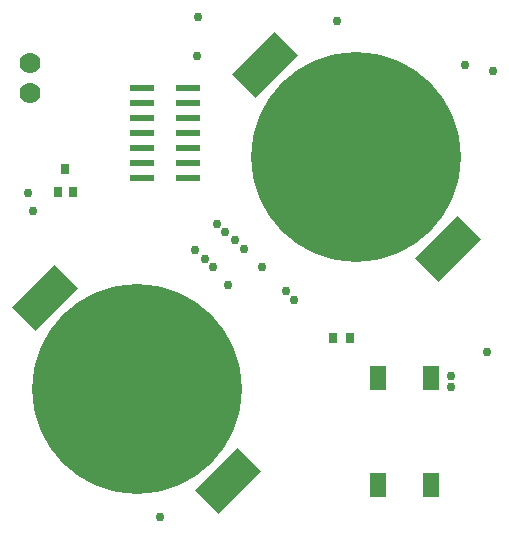
<source format=gbs>
G04*
G04 #@! TF.GenerationSoftware,Altium Limited,Altium Designer,18.1.9 (240)*
G04*
G04 Layer_Color=16776960*
%FSLAX24Y24*%
%MOIN*%
G70*
G01*
G75*
%ADD22R,0.0270X0.0350*%
%ADD25R,0.0550X0.0830*%
%ADD34C,0.0700*%
%ADD35C,0.0300*%
%ADD36C,0.7000*%
G04:AMPARAMS|DCode=37|XSize=109.8mil|YSize=200mil|CornerRadius=0mil|HoleSize=0mil|Usage=FLASHONLY|Rotation=315.000|XOffset=0mil|YOffset=0mil|HoleType=Round|Shape=Rectangle|*
%AMROTATEDRECTD37*
4,1,4,-0.1095,-0.0319,0.0319,0.1095,0.1095,0.0319,-0.0319,-0.1095,-0.1095,-0.0319,0.0*
%
%ADD37ROTATEDRECTD37*%

%ADD38R,0.0787X0.0248*%
%ADD39R,0.0276X0.0354*%
D22*
X3450Y-2160D02*
D03*
X2870Y-2160D02*
D03*
D25*
X4395Y-3480D02*
D03*
Y-7060D02*
D03*
X6165Y-3480D02*
D03*
Y-7060D02*
D03*
D34*
X-7220Y6990D02*
D03*
Y5990D02*
D03*
D35*
X-990Y1640D02*
D03*
X-390Y1100D02*
D03*
X-1730Y780D02*
D03*
X-720Y1370D02*
D03*
X-70Y790D02*
D03*
X3230Y3100D02*
D03*
X1370Y3850D02*
D03*
X6610Y3020D02*
D03*
X-5060Y-1040D02*
D03*
X-6560Y-3480D02*
D03*
X-4290Y-2480D02*
D03*
X-1310Y-4000D02*
D03*
X-2050Y-6730D02*
D03*
X1310Y-610D02*
D03*
X-7120Y2080D02*
D03*
X-1620Y8530D02*
D03*
X6830Y-3420D02*
D03*
Y-3800D02*
D03*
X7295Y6925D02*
D03*
X8200Y6750D02*
D03*
X-1380Y468D02*
D03*
X-1660Y7240D02*
D03*
X-1120Y200D02*
D03*
X1583Y-880D02*
D03*
X527Y203D02*
D03*
X-630Y-400D02*
D03*
X-2900Y-8120D02*
D03*
X8020Y-2620D02*
D03*
X-7270Y2660D02*
D03*
X3030Y8400D02*
D03*
D36*
X3660Y3870D02*
D03*
X-3660Y-3870D02*
D03*
D37*
X6718Y812D02*
D03*
X602Y6928D02*
D03*
X-602Y-6928D02*
D03*
X-6718Y-812D02*
D03*
D38*
X-1960Y6170D02*
D03*
Y5670D02*
D03*
X-1960Y5170D02*
D03*
X-1960Y4670D02*
D03*
X-1960Y4170D02*
D03*
X-1960Y3670D02*
D03*
Y3170D02*
D03*
X-3495Y6170D02*
D03*
X-3495Y5670D02*
D03*
X-3495Y5170D02*
D03*
Y4670D02*
D03*
X-3495Y4170D02*
D03*
X-3495Y3670D02*
D03*
X-3495Y3170D02*
D03*
D39*
X-6290Y2720D02*
D03*
X-5778D02*
D03*
X-6034Y3468D02*
D03*
M02*

</source>
